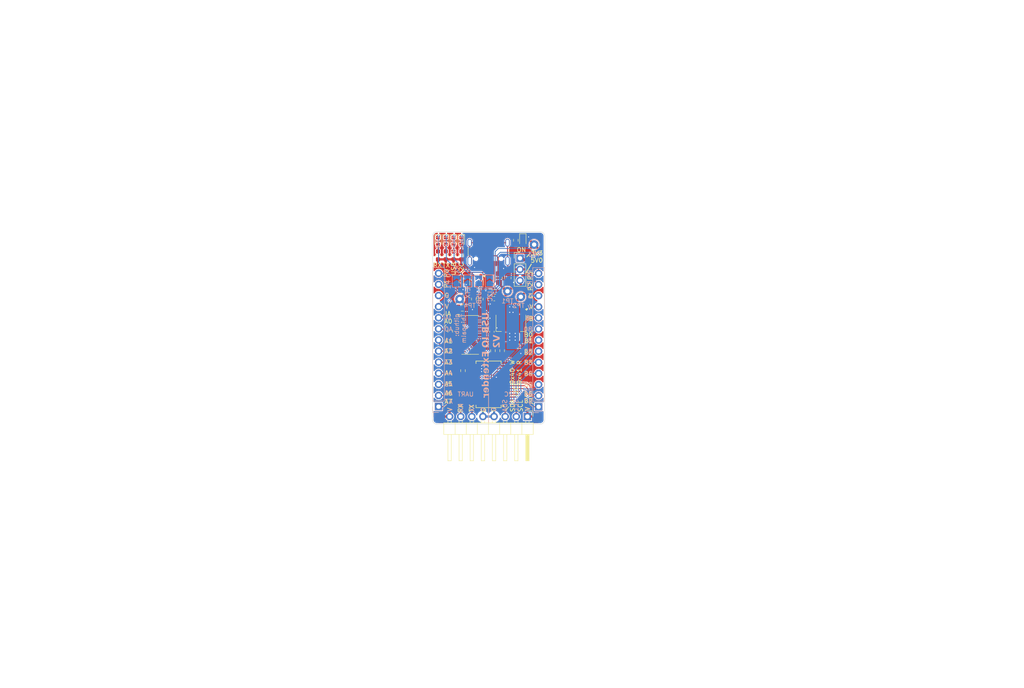
<source format=kicad_pcb>
(kicad_pcb (version 20241229) (generator "pcbnew") (generator_version "9.0")
  (title_block (title "${DOC_TYPE} Document") (date "2024-04-13") (rev "1.1") (company "${COMPANY}"))
  (layers (0 "F.Cu" signal "L1 (Sig, PWR)") (2 "B.Cu" power "L2 (GND)") (13 "F.Paste" user) (15 "B.Paste" user) (5 "F.SilkS" user "F.Silkscreen") (7 "B.SilkS" user "B.Silkscreen") (1 "F.Mask" user) (3 "B.Mask" user) (25 "Edge.Cuts" user))
  (property "BOARD_NAME" "USB IO Extender")
  (property "COMPANY" "thiago.palmieri@adastra.aleeas.com")
  (property "DESIGNER" "Thiago Palmieri")
  (property "DOC_TYPE" "Fabrication")
  (property "PROJECT_NAME" "USB IO Extender")
  (property "RELEASE_DATE" "Release Date")
  (property "RESULT" "PRELIMINARY")
  (property "REVIEWER" "Thiago Palmieri")
  (property "REVISION" "2")
  (property "VARIANT" "No variant")
  (net 0 "")
  (net 2 "/Project Architecture/Board/USB_P")
  (net 3 "GND")
  (net 4 "Net-(C5-VBUS-PadA4)")
  (net 5 "Net-(C5-SHIELD)")
  (net 6 "/Project Architecture/Board/USB_N")
  (net 8 "Net-(C5-CC2)")
  (net 9 "Net-(C5-CC1)")
  (net 10 "+5V")
  (net 11 "VDD")
  (net 12 "Net-(D1-A)")
  (net 13 "Net-(D1-K)")
  (net 14 "Net-(D2-K)")
  (net 15 "Net-(D2-A)")
  (net 16 "Net-(D5-A)")
  (net 17 "Net-(D5-K)")
  (net 18 "Net-(D6-A)")
  (net 19 "Net-(D6-K)")
  (net 20 "Net-(D7-A)")
  (net 21 "+3V3")
  (net 22 "/Project Architecture/Board/GPB3")
  (net 23 "/Project Architecture/Board/GPB4")
  (net 24 "/Project Architecture/Board/GPB0")
  (net 25 "/Project Architecture/Board/GPB1")
  (net 26 "/Project Architecture/Board/GPB7")
  (net 27 "/Project Architecture/Board/INTB")
  (net 28 "/Project Architecture/Board/LED_USBCONF")
  (net 29 "/Project Architecture/Board/LED_I2C")
  (net 30 "/Project Architecture/Board/GPB2")
  (net 31 "/Project Architecture/Board/GPB6")
  (net 32 "/Project Architecture/Board/GPB5")
  (net 33 "/Project Architecture/Board/LED_URX")
  (net 34 "/Project Architecture/Board/SDA")
  (net 35 "/Project Architecture/Board/UART_RX")
  (net 36 "/Project Architecture/Board/UART_TX")
  (net 37 "/Project Architecture/Board/SCL")
  (net 38 "/Project Architecture/Board/INTA")
  (net 39 "/Project Architecture/Board/GPA2")
  (net 40 "/Project Architecture/Board/GPA3")
  (net 41 "/Project Architecture/Board/GPA0")
  (net 42 "/Project Architecture/Board/GPA1")
  (net 43 "/Project Architecture/Board/GPA5")
  (net 44 "/Project Architecture/Board/GPA7")
  (net 45 "/Project Architecture/Board/GPA4")
  (net 46 "/Project Architecture/Board/LED_UTX")
  (net 47 "/Project Architecture/Board/GPA6")
  (net 48 "/Project Architecture/Board/D_P")
  (net 49 "Net-(U2-~{RST})")
  (net 50 "Net-(U1-~{RESET})")
  (net 51 "/Project Architecture/Board/D_N")
  (footprint "Package_SO:SSOP-28_5.3x10.2mm_P0.65mm" (layer "F.Cu") (at 126.3 115.9 180)
    (property "Reference" "U1" (hide yes))
    (property "Value" "MCP23017_SS")
  )
  (footprint "Fiducial:Fiducial_0.5mm_Mask1.5mm" (layer "F.Cu") (at 114.616 123.8)
    (property "Reference" "FID3" (hide yes))
    (property "Value" "Fiducial" (hide yes))
  )
  (footprint "Resistor_SMD:R_0603_1608Metric_Pad0.98x0.95mm_HandSolder" (layer "F.Cu") (at 117.537 103.762 -90)
    (property "Reference" "R9" (hide yes))
    (property "Value" "10K")
  )
  (footprint "Fiducial:Fiducial_0.5mm_Mask1.5mm" (layer "F.Cu") (at 137.984 123.828)
    (property "Reference" "FID2" (hide yes))
    (property "Value" "Fiducial" (hide yes))
  )
  (footprint "Resistor_SMD:R_0603_1608Metric_Pad0.98x0.95mm_HandSolder" (layer "F.Cu") (at 132.523 82.9594 -90)
    (property "Reference" "R8" (hide yes))
    (property "Value" "330")
  )
  (footprint "Resistor_SMD:R_0603_1608Metric_Pad0.98x0.95mm_HandSolder" (layer "F.Cu") (at 124.522 96.396 -90)
    (property "Reference" "R11" (hide yes))
    (property "Value" "33")
  )
  (footprint "Resistor_SMD:R_0603_1608Metric_Pad0.98x0.95mm_HandSolder" (layer "F.Cu") (at 120.077 86.4245 90)
    (property "Reference" "R7" (hide yes))
    (property "Value" "330")
  )
  (footprint "Capacitor_SMD:C_0603_1608Metric_Pad1.08x0.95mm_HandSolder" (layer "F.Cu") (at 133.285 107.191 180)
    (property "Reference" "C2" (hide yes))
    (property "Value" "c=47e-7")
  )
  (footprint "Resistor_SMD:R_0805_2012Metric_Pad1.20x1.40mm_HandSolder" (layer "F.Cu") (at 130.7 91.6 90)
    (property "Reference" "L1" (hide yes))
    (property "Value" "330R")
  )
  (footprint "LED_SMD:LED_0603_1608Metric" (layer "F.Cu") (at 120.077 83.1245 -90)
    (property "Reference" "D6" (hide yes))
    (property "Value" "Green")
  )
  (footprint "Resistor_SMD:R_0603_1608Metric_Pad0.98x0.95mm_HandSolder" (layer "F.Cu") (at 114.743 86.4245 90)
    (property "Reference" "R4" (hide yes))
    (property "Value" "330")
  )
  (footprint "LED_SMD:LED_0603_1608Metric" (layer "F.Cu") (at 116.521 83.11825 -90)
    (property "Reference" "D1" (hide yes))
    (property "Value" "yellow")
  )
  (footprint "Connector_USB:USB_C_Receptacle_GCT_USB4105-xx-A_16P_TopMnt_Horizontal" (layer "F.Cu") (at 126.3 84.6 180)
    (property "Reference" "C5" (hide yes))
    (property "Value" "USB4215-03-A")
  )
  (footprint "Resistor_SMD:R_0603_1608Metric_Pad0.98x0.95mm_HandSolder" (layer "F.Cu") (at 127.3 108.207 90)
    (property "Reference" "R3" (hide yes))
    (property "Value" "10K")
  )
  (footprint "Resistor_SMD:R_0603_1608Metric_Pad0.98x0.95mm_HandSolder" (layer "F.Cu") (at 116.521 86.4138 90)
    (property "Reference" "R5" (hide yes))
    (property "Value" "330")
  )
  (footprint "Connector_PinHeader_2.54mm:PinHeader_1x08_P2.54mm_Horizontal" (layer "F.Cu") (at 135.175 123.263 -90)
    (property "Reference" "J9" (hide yes))
    (property "Value" "22-28-8083")
  )
  (footprint "Connector_PinHeader_2.54mm:PinHeader_1x03_P2.54mm_Vertical" (layer "F.Cu") (at 133.4882 87.075)
    (property "Reference" "J1" (hide yes))
    (property "Value" "1x3 pin vertical")
  )
  (footprint "LED_SMD:LED_0603_1608Metric" (layer "F.Cu") (at 114.743 83.1245 -90)
    (property "Reference" "D5" (hide yes))
    (property "Value" "yellow")
  )
  (footprint "LED_SMD:LED_0603_1608Metric" (layer "F.Cu") (at 118.299 83.1245 -90)
    (property "Reference" "D2" (hide yes))
    (property "Value" "Red")
  )
  (footprint "Package_TO_SOT_SMD:SOT-223-3_TabPin2" (layer "F.Cu") (at 131.4054 101.9078 -90)
    (property "Reference" "U3" (hide yes))
    (property "Value" "NCP1117IST33T3G")
  )
  (footprint "Fiducial:Fiducial_0.5mm_Mask1.5mm" (layer "F.Cu") (at 137.984 82.172)
    (property "Reference" "FID1" (hide yes))
    (property "Value" "Fiducial" (hide yes))
  )
  (footprint "Package_SO:SOIC-14_3.9x8.7mm_P1.27mm" (layer "F.Cu") (at 122.1 104.6)
    (property "Reference" "U2" (hide yes))
    (property "Value" "MCP2221AxSL")
  )
  (footprint "Resistor_SMD:R_0603_1608Metric_Pad0.98x0.95mm_HandSolder" (layer "F.Cu") (at 129.4 108.207 90)
    (property "Reference" "R2" (hide yes))
    (property "Value" "10K")
  )
  (footprint "Capacitor_SMD:C_0603_1608Metric_Pad1.08x0.95mm_HandSolder" (layer "F.Cu") (at 127.6 96.3)
    (property "Reference" "C6" (hide yes))
    (property "Value" "c=10e-6")
  )
  (footprint "Resistor_SMD:R_0603_1608Metric_Pad0.98x0.95mm_HandSolder" (layer "F.Cu") (at 127.697 94.745 180)
    (property "Reference" "R12" (hide yes))
    (property "Value" "5.1K")
  )
  (footprint "Resistor_SMD:R_0603_1608Metric_Pad0.98x0.95mm_HandSolder" (layer "F.Cu") (at 122.922 96.396 -90)
    (property "Reference" "R1" (hide yes))
    (property "Value" "33")
  )
  (footprint "Resistor_SMD:R_0603_1608Metric_Pad0.98x0.95mm_HandSolder" (layer "F.Cu") (at 120.458 112.779 -90)
    (property "Reference" "R10" (hide yes))
    (property "Value" "10K")
  )
  (footprint "Resistor_SMD:R_0805_2012Metric_Pad1.20x1.40mm_HandSolder" (layer "F.Cu") (at 128.7 91.6 -90)
    (property "Reference" "L2" (hide yes))
    (property "Value" "330R")
  )
  (footprint "LED_SMD:LED_0603_1608Metric" (layer "F.Cu") (at 134.1232 82.9594 -90)
    (property "Reference" "D7" (hide yes))
    (property "Value" "Green")
  )
  (footprint "Capacitor_SMD:C_0805_2012Metric_Pad1.18x1.45mm_HandSolder" (layer "F.Cu") (at 120.3 98.428 180)
    (property "Reference" "C8" (hide yes))
    (property "Value" "c=100e-9")
  )
  (footprint "Package_TO_SOT_SMD:SOT-23-3" (layer "F.Cu") (at 123.572 92.4535 -90)
    (property "Reference" "D4" (hide yes))
    (property "Value" "CDSOT23-T05LC-Q")
  )
  (footprint "Capacitor_SMD:C_0603_1608Metric_Pad1.08x0.95mm_HandSolder" (layer "F.Cu") (at 127.062 103.8636 -90)
    (property "Reference" "C1" (hide yes))
    (property "Value" "c=470e-9")
  )
  (footprint "Resistor_SMD:R_0603_1608Metric_Pad0.98x0.95mm_HandSolder" (layer "F.Cu") (at 118.299 86.4245 90)
    (property "Reference" "R6" (hide yes))
    (property "Value" "330")
  )
  (footprint "Resistor_SMD:R_0603_1608Metric_Pad0.98x0.95mm_HandSolder" (layer "F.Cu") (at 120.092 92.399 -90)
    (property "Reference" "R13" (hide yes))
    (property "Value" "5.1K")
  )
  (footprint "Connector_Pin:Pin_D1.0mm_L10.0mm" (layer "B.Cu") (at 136.714 83.95 180)
    (property "Reference" "TP3")
    (property "Value" "TestPoint")
  )
  (footprint "Connector_PinHeader_2.54mm:PinHeader_1x13_P2.54mm_Vertical" (layer "B.Cu") (at 137.73 121.034)
    (property "Reference" "J2" (hide yes))
    (property "Value" "1x13")
  )
  (footprint "Connector_Pin:Pin_D1.0mm_L10.0mm" (layer "B.Cu") (at 119.696 96.396 180)
    (property "Reference" "TP4")
    (property "Value" "TestPoint")
  )
  (footprint "Jumper:SolderJumper-2_P1.3mm_Open_TrianglePad1.0x1.5mm" (layer "B.Cu") (at 121.5248 92.2558 90)
    (property "Reference" "J6" (hide yes))
    (property "Value" "Jumper" (hide yes))
  )
  (footprint "Jumper:SolderJumper-2_P1.3mm_Open_TrianglePad1.0x1.5mm" (layer "B.Cu") (at 124.0394 92.2558 90)
    (property "Reference" "J7" (hide yes))
    (property "Value" "Jumper" (hide yes))
  )
  (footprint "Jumper:SolderJumper-2_P1.3mm_Open_TrianglePad1.0x1.5mm" (layer "B.Cu") (at 119.0102 92.2812 90)
    (property "Reference" "J3" (hide yes))
    (property "Value" "Jumper" (hide yes))
  )
  (footprint "Jumper:SolderJumper-2_P1.3mm_Open_TrianglePad1.0x1.5mm" (layer "B.Cu") (at 126.554 92.2558 90)
    (property "Reference" "J8" (hide yes))
    (property "Value" "Jumper" (hide yes))
  )
  (footprint "Connector_Pin:Pin_D1.0mm_L10.0mm" (layer "B.Cu") (at 130.618 94.618 180)
    (property "Reference" "TP1")
    (property "Value" "TestPoint")
  )
  (footprint "Connector_Pin:Pin_D1.0mm_L10.0mm" (layer "B.Cu") (at 133.666 95.888 180)
    (property "Reference" "TP2")
    (property "Value" "TestPoint")
  )
  (footprint "Connector_PinHeader_2.54mm:PinHeader_1x13_P2.54mm_Vertical" (layer "B.Cu") (at 114.88 121)
    (property "Reference" "J5" (hide yes))
    (property "Value" "1x13")
  )
  (gr_line (start 131.38 115.954) (end 133.666 115.954) (stroke (width 0.15)) (layer "F.SilkS"))
  (gr_line (start 116.5972 102.2634) (end 116.14 102.873) (stroke (width 0.15)) (layer "F.SilkS"))
  (gr_line (start 136.079 88.395) (end 134.8344 90.4778) (stroke (width 0.2)) (layer "F.SilkS"))
  (gr_line (start 116.2416 99.7996) (end 115.9114 100.1044) (stroke (width 0.15)) (layer "F.SilkS"))
  (gr_line (start 116.648 120.5768) (end 116.0638 121.0594) (stroke (width 0.15)) (layer "F.SilkS"))
  (gr_line (start 130.872 121.034) (end 130.237 121.923) (stroke (width 0.15)) (layer "F.SilkS"))
  (gr_line (start 136.1044 103.8382) (end 136.4854 103.5588) (stroke (width 0.15)) (layer "F.SilkS"))
  (gr_line (start 136.1806 120.0688) (end 136.5362 120.4498) (stroke (width 0.15)) (layer "F.SilkS"))
  (gr_line (start 135.698 85.982) (end 135.063 86.744) (stroke (width 0.2)) (layer "F.SilkS"))
  (gr_line (start 126.3 124.59) (end 126.3 117.986) (stroke (width 0.15)) (layer "B.SilkS"))
  (gr_line (start 135.698 120.526) (end 136.4 121.034) (stroke (width 0.15)) (layer "B.SilkS"))
  (gr_line (start 116.7242 120.4752) (end 116.14 120.9578) (stroke (width 0.15)) (layer "B.SilkS"))
  (gr_arc (start 114.5 125) (mid 113.792893 124.707107) (end 113.5 124) (stroke (width 0.1)) (layer "Edge.Cuts"))
  (gr_arc (start 139.1 124) (mid 138.807107 124.707107) (end 138.1 125) (stroke (width 0.1)) (layer "Edge.Cuts"))
  (gr_line (start 139.1 82) (end 139.1 124) (stroke (width 0.1)) (layer "Edge.Cuts"))
  (gr_line (start 114.5 81) (end 138.1 81) (stroke (width 0.1)) (layer "Edge.Cuts"))
  (gr_arc (start 138.1 81) (mid 138.807107 81.292893) (end 139.1 82) (stroke (width 0.1)) (layer "Edge.Cuts"))
  (gr_line (start 113.5 124) (end 113.5 82) (stroke (width 0.1)) (layer "Edge.Cuts"))
  (gr_line (start 138.1 125) (end 114.5 125) (stroke (width 0.1)) (layer "Edge.Cuts"))
  (gr_arc (start 113.5 82) (mid 113.792893 81.292893) (end 114.5 81) (stroke (width 0.1)) (layer "Edge.Cuts"))
  (gr_text "USB" (at 118.9086 91.062 90) (layer "F.SilkS") (effects (font (size 1 1)) (justify left bottom)))
  (gr_text "G" (at 135.3424 96.2944 0) (layer "F.SilkS") (effects (font (size 1 1)) (justify left bottom)))
  (gr_text "RX" (at 120.458 122.431 90) (layer "F.SilkS") (effects (font (size 1 1)) (justify left bottom)))
  (gr_text "A3" (at 116.14 111.4328 0) (layer "F.SilkS") (effects (font (size 1 1)) (justify left bottom)))
  (gr_text "TX" (at 115.6574 89.284 0) (layer "F.SilkS") (effects (font (size 1 1)) (justify left bottom)))
  (gr_text "B2" (at 134.301 109.223 0) (layer "F.SilkS") (effects (font (size 1 1)) (justify left bottom)))
  (gr_text "A2" (at 116.1654 108.8928 0) (layer "F.SilkS") (effects (font (size 1 1)) (justify left bottom)))
  (gr_text "P0" (at 117.283 91.5446 90) (layer "F.SilkS") (effects (font (size 1 1)) (justify left bottom)))
  (gr_text "5V0" (at 135.825 88.141 0) (layer "F.SilkS") (effects (font (size 1 1)) (justify left bottom)))
  (gr_text "G" (at 116.1654 96.1674 0) (layer "F.SilkS") (effects (font (size 1 1)) (justify left bottom)))
  (gr_text "P3" (at 136.4092 92.1542 90) (layer "F.SilkS") (effects (font (size 1 1)) (justify left bottom)))
  (gr_text "A5" (at 116.14 116.3858 0) (layer "F.SilkS") (effects (font (size 1 1)) (justify left bottom)))
  (gr_text "G" (at 128.078 122.304 90) (layer "F.SilkS") (effects (font (size 1 1)) (justify left bottom)))
  (gr_text "SCL" (at 134.174 122.304 90) (layer "F.SilkS") (effects (font (size 1 1)) (justify left bottom)))
  (gr_text "A6" (at 116.14 118.5194 0) (layer "F.SilkS") (effects (font (size 1 1)) (justify left bottom)))
  (gr_text "P2" (at 136.46 94.618 90) (layer "F.SilkS") (effects (font (size 1 1)) (justify left bottom)))
  (gr_text "A0" (at 116.0892 102.0856 0) (layer "F.SilkS") (effects (font (size 1 1)) (justify left bottom)))
  (gr_text "V" (at 116.267 98.682 0) (layer "F.SilkS") (effects (font (size 1 1)) (justify left bottom)))
  (gr_text "A1" (at 116.1654 106.5814 0) (layer "F.SilkS") (effects (font (size 1 1)) (justify left bottom)))
  (gr_text "IA" (at 116.267 100.333 0) (layer "F.SilkS") (effects (font (size 1 1)) (justify left bottom)))
  (gr_text "3V3" (at 135.825 86.49 0) (layer "F.SilkS") (effects (font (size 1 1)) (justify left bottom)))
  (gr_text "A7" (at 116.1654 120.4244 0) (layer "F.SilkS") (effects (font (size 1 1)) (justify left bottom)))
  (gr_text "B4" (at 134.301 114.049 0) (layer "F.SilkS") (effects (font (size 1 1)) (justify left bottom)))
  (gr_text "B6" (at 134.301 118.748 0) (layer "F.SilkS") (effects (font (size 1 1)) (justify left bottom)))
  (gr_text "G" (at 125.792 122.431 90) (layer "F.SilkS") (effects (font (size 1 1)) (justify left bottom)))
  (gr_text "B7" (at 134.301 120.272 0) (layer "F.SilkS") (effects (font (size 1 1)) (justify left bottom)))
  (gr_text "SDA" (at 132.396 122.304 90) (layer "F.SilkS") (effects (font (size 1 1)) (justify left bottom)))
  (gr_text "V" (at 118.045 122.177 90) (layer "F.SilkS") (effects (font (size 1 1)) (justify left bottom)))
  (gr_text "P1" (at 117.2576 94.0084 90) (layer "F.SilkS") (effects (font (size 1 1)) (justify left bottom)))
  (gr_text "B3" (at 134.301 111.509 0) (layer "F.SilkS") (effects (font (size 1 1)) (justify left bottom)))
  (gr_text "RX" (at 113.5492 89.2586 0) (layer "F.SilkS") (effects (font (size 1 1)) (justify left bottom)))
  (gr_text "B0" (at 134.301 105.159 0) (layer "F.SilkS") (effects (font (size 1 1)) (justify left bottom)))
  (gr_text "B1" (at 134.3518 106.556 0) (layer "F.SilkS") (effects (font (size 1 1)) (justify left bottom)))
  (gr_text "ON" (at 132.65 85.728 0) (layer "F.SilkS") (effects (font (size 1 1)) (justify left bottom)))
  (gr_text "IB" (at 134.936 101.476 0) (layer "F.SilkS") (effects (font (size 1 1)) (justify left bottom)))
  (gr_text "I2C\n" (at 133.158 118.748 90) (layer "F.SilkS") (effects (font (size 1 1)) (justify left bottom)))
  (gr_text "I2C" (at 120.6866 90.5794 90) (layer "F.SilkS") (effects (font (size 1 1)) (justify left bottom)))
  (gr_text "V" (at 135.81 121.993 90) (layer "F.SilkS") (effects (font (size 1 1)) (justify left bottom)))
  (gr_text "B5" (at 134.301 116.589 0) (layer "F.SilkS") (effects (font (size 1 1)) (justify left bottom)))
  (gr_text "0x40 W\n0x41 R" (at 133.92 115.954 90) (layer "F.SilkS") (effects (font (size 1 1)) (justify left bottom)))
  (gr_text "TX" (at 122.998 122.304 90) (layer "F.SilkS") (effects (font (size 1 1)) (justify left bottom)))
  (gr_text "A4" (at 116.1654 113.922 0) (layer "F.SilkS") (effects (font (size 1 1)) (justify left bottom)))
  (gr_text "V" (at 135.54 98.7074 0) (layer "F.SilkS") (effects (font (size 1 1)) (justify left bottom)))
  (gr_text "B6" (at 136.46 118.621 0) (layer "B.SilkS") (effects (font (size 1 1)) (justify left bottom mirror)))
  (gr_text "LTX" (at 122.1598 93.6558 90) (layer "B.SilkS") (effects (font (size 1 1)) (justify left bottom mirror)))
  (gr_text "V" (at 136.206 98.936 0) (layer "B.SilkS") (effects (font (size 1 1)) (justify left bottom mirror)))
  (gr_text "A1" (at 118.172 106.429 0) (layer "B.SilkS") (effects (font (size 1 1)) (justify left bottom mirror)))
  (gr_text "B5" (at 136.46 116.589 0) (layer "B.SilkS") (effects (font (size 1 1)) (justify left bottom mirror)))
  (gr_text "V" (at 135.825 121.034 90) (layer "B.SilkS") (effects (font (size 1 1)) (justify left bottom mirror)))
  (gr_text "${PROJECT_NAME} \n       V${REVISION}" (at 129.094 99.444 90) (layer "B.SilkS") (effects (font (size 1.5 1.5) (thickness 0.2) (bold yes)) (justify left bottom mirror)))
  (gr_text "github:\nThiapalm" (at 121.22 99.698 90) (layer "B.SilkS") (effects (font (size 1 1)) (justify left bottom mirror)))
  (gr_text "G" (at 128.078 121.034 90) (layer "B.SilkS") (effects (font (size 1 1)) (justify left bottom mirror)))
  (gr_text "A0" (at 118.172 103.889 0) (layer "B.SilkS") (effects (font (size 1 1)) (justify left bottom mirror)))
  (gr_text "UART" (at 122.998 118.748 0) (layer "B.SilkS") (effects (font (size 1 1)) (justify left bottom mirror)))
  (gr_text "B2" (at 136.46 108.969 0) (layer "B.SilkS") (effects (font (size 1 1)) (justify left bottom mirror)))
  (gr_text "B0" (at 136.4 103.889 0) (layer "B.SilkS") (effects (font (size 1 1)) (justify left bottom mirror)))
  (gr_text "G" (at 117.41 96.142 0) (layer "B.SilkS") (effects (font (size 1 1)) (justify left bottom mirror)))
  (gr_text "P2" (at 136.2568 92.078 90) (layer "B.SilkS") (effects (font (size 1 1)) (justify left bottom mirror)))
  (gr_text "G" (at 125.665 121.034 90) (layer "B.SilkS") (effects (font (size 1 1)) (justify left bottom mirror)))
  (gr_text "SDA" (at 130.618 119.256 90) (layer "B.SilkS") (effects (font (size 1 1)) (justify left bottom mirror)))
  (gr_text "A4" (at 118.172 113.922 0) (layer "B.SilkS") (effects (font (size 1 1)) (justify left bottom mirror)))
  (gr_text "V" (at 117.283 98.809 0) (layer "B.SilkS") (effects (font (size 1 1)) (justify left bottom mirror)))
  (gr_text "LI2C" (at 120.6612 81.918 90) (layer "B.SilkS") (effects (font (size 1 1)) (justify left bottom mirror)))
  (gr_text "B1" (at 136.4 106.429 0) (layer "B.SilkS") (effects (font (size 1 1)) (justify left bottom mirror)))
  (gr_text "LI2C" (at 127.2398 93.6558 90) (layer "B.SilkS") (effects (font (size 1 1)) (justify left bottom mirror)))
  (gr_text "I2C" (at 132.396 118.748 0) (layer "B.SilkS") (effects (font (size 1 1)) (justify left bottom mirror)))
  (gr_text "P1" (at 117.6894 92.0526 90) (layer "B.SilkS") (effects (font (size 1 1)) (justify left bottom mirror)))
  (gr_text "A3" (at 118.172 111.382 0) (layer "B.SilkS") (effects (font (size 1 1)) (justify left bottom mirror)))
  (gr_text "B3" (at 136.46 111.509 0) (layer "B.SilkS") (effects (font (size 1 1)) (justify left bottom mirror)))
  (gr_text "A5" (at 118.172 116.462 0) (layer "B.SilkS") (effects (font (size 1 1)) (justify left bottom mirror)))
  (gr_text "A2" (at 118.172 108.842 0) (layer "B.SilkS") (effects (font (size 1 1)) (justify left bottom mirror)))
  (gr_text "RX" (at 120.585 120.145 90) (layer "B.SilkS") (effects (font (size 1 1)) (justify left bottom mirror)))
  (gr_text "LRX" (at 115.3018 81.918 90) (layer "B.SilkS") (effects (font (size 1 1)) (justify left bottom mirror)))
  (gr_text "TX" (at 123.125 120.399 90) (layer "B.SilkS") (effects (font (size 1 1)) (justify left bottom mirror)))
  (gr_text "P3" (at 136.3076 89.6396 90) (layer "B.SilkS") (effects (font (size 1 1)) (justify left bottom mirror)))
  (gr_text "IA" (at 117.791 101.222 0) (layer "B.SilkS") (effects (font (size 1 1)) (justify left bottom mirror)))
  (gr_text "B4" (at 136.46 114.049 0) (layer "B.SilkS") (effects (font (size 1 1)) (justify left bottom mirror)))
  (gr_text "LRX" (at 119.6198 87.76 90) (layer "B.SilkS") (effects (font (size 1 1)) (justify left bottom mirror)))
  (gr_text "A6" (at 118.172 118.494 0) (layer "B.SilkS") (effects (font (size 1 1)) (justify left bottom mirror)))
  (gr_text "LTX" (at 117.1814 81.9434 90) (layer "B.SilkS") (effects (font (size 1 1)) (justify left bottom mirror)))
  (gr_text "LUSB" (at 124.6998 93.6558 90) (layer "B.SilkS") (effects (font (size 1 1)) (justify left bottom mirror)))
  (gr_text "SCL" (at 133.158 119.256 90) (layer "B.SilkS") (effects (font (size 1 1)) (justify left bottom mirror)))
  (gr_text "IB" (at 136.333 101.349 0) (layer "B.SilkS") (effects (font (size 1 1)) (justify left bottom mirror)))
  (gr_text "P0" (at 117.6894 89.4872 90) (layer "B.SilkS") (effects (font (size 1 1)) (justify left bottom mirror)))
  (gr_text "B7" (at 136.46 120.399 0) (layer "B.SilkS") (effects (font (size 1 1)) (justify left bottom mirror)))
  (gr_text "LUSB" (at 118.8832 81.9434 90) (layer "B.SilkS") (effects (font (size 1 1)) (justify left bottom mirror)))
  (gr_text "V" (at 118.045 121.161 90) (layer "B.SilkS") (effects (font (size 1 1)) (justify left bottom mirror)))
  (gr_text "A7" (at 118.172 120.399 0) (layer "B.SilkS") (effects (font (size 1 1)) (justify left bottom mirror)))
  (gr_text "G" (at 136.333 96.269 0) (layer "B.SilkS") (effects (font (size 1 1)) (justify left bottom mirror)))
  (segment (start 125.55 87.367) (end 125.55 88.28) (width 0.2) (layer "F.Cu") (net 2))
  (segment (start 125.55 88.28) (end 125.55 89.78) (width 0.2) (layer "F.Cu") (net 2))
  (segment (start 125.03 90.3) (end 122.744 90.3) (width 0.2) (layer "F.Cu") (net 2))
  (segment (start 122.744 90.3) (end 122.49 90.554) (width 0.2) (layer "F.Cu") (net 2))
  (segment (start 125.792 87.125) (end 125.55 87.367) (width 0.2) (layer "F.Cu") (net 2))
  (segment (start 122.7 94.9875) (end 122.7 90.836) (width 0.2) (layer "F.Cu") (net 2))
  (segment (start 122.49 90.554) (end 122.49 90.819) (width 0.2) (layer "F.Cu") (net 2))
  (segment (start 126.3 87.125) (end 125.792 87.125) (width 0.2) (layer "F.Cu") (net 2))
  (segment (start 125.55 89.78) (end 125.03 90.3) (width 0.2) (layer "F.Cu") (net 2))
  (segment (start 126.55 88.28) (end 126.55 87.375) (width 0.2) (layer "F.Cu") (net 2))
  (segment (start 122.7 90.836) (end 122.683 90.819) (width 0.2) (layer "F.Cu") (net 2))
  (segment (start 126.55 87.375) (end 126.3 87.125) (width 0.2) (layer "F.Cu") (net 2))
  (segment (start 133.666 108.842) (end 134.047 108.461) (width 0.2) (layer "F.Cu") (net 3))
  (segment (start 120.092 93.3115) (end 120.092 93.871) (width 0.2) (layer "F.Cu") (net 3))
  (segment (start 134.047 107.2915) (end 134.1475 107.191) (width 0.2) (layer "F.Cu") (net 3))
  (segment (start 126.7375 96.3) (end 126.7375 97.4825) (width 0.2) (layer "F.Cu") (net 3))
  (segment (start 122.7 112.325) (end 124.703 112.325) (width 0.2) (layer "F.Cu") (net 3))
  (segment (start 124.703 112.325) (end 124.7125 112.3345) (width 0.2) (layer "F.Cu") (net 3))
  (segment (start 122.7 112.975) (end 124.707 112.975) (width 0.2) (layer "F.Cu") (net 3))
  (segment (start 126.7845 94.5) (end 125.674 94.5) (width 0.2) (layer "F.Cu") (net 3))
  (segment (start 129.5 88.28) (end 129.5 89.182) (width 0.2) (layer "F.Cu") (net 3))
  (segment (start 133.7054 98.7578) (end 133.7054 98.7214) (width 0.2) (layer "F.Cu") (net 3))
  (segment (start 123.1 88.28) (end 123.1 89.182) (width 0.2) (layer "F.Cu") (net 3))
  (segment (start 122.998 89.284) (end 123.1 89.182) (width 0.2) (layer "F.Cu") (net 3))
  (segment (start 121.3375 98.8) (end 122.608 98.8) (width 0.2) (layer "F.Cu") (net 3))
  (segment (start 126.7375 97.4825) (end 126.681 97.539) (width 0.2) (layer "F.Cu") (net 3))
  (segment (start 124.776 111.636) (end 124.737 111.675) (width 0.2) (layer "F.Cu") (net 3))
  (segment (start 134.1232 82.1719) (end 135.4185 82.1719) (width 0.2) (layer "F.Cu") (net 3))
  (segment (start 134.047 107.8845) (end 134.047 107.2915) (width 0.2) (layer "F.Cu") (net 3))
  (segment (start 126.621 100.79) (end 126.57 100.841) (width 0.2) (layer "F.Cu") (net 3))
  (segment (start 120.092 93.871) (end 120.458 94.237) (width 0.2) (layer "F.Cu") (net 3))
  (segment (start 122.7 111.675) (end 124.737 111.675) (width 0.2) (layer "F.Cu") (net 3))
  (segment (start 132.015 92.586) (end 132.001 92.6) (width 0.2) (layer "F.Cu") (net 3))
  (segment (start 123.44 94.333) (end 123.725 94.618) (width 0.2) (layer "F.Cu") (net 3))
  (segment (start 133.666 98.682) (end 135.19 98.682) (width 0.2) (layer "F.Cu") (net 3))
  (segment (start 133.7054 98.7214) (end 133.666 98.682) (width 0.2) (layer "F.Cu") (net 3))
  (segment (start 127.316 102.9375) (end 128.1425 102.9375) (width 0.2) (layer "F.Cu") (net 3))
  (segment (start 125.674 94.5) (end 125.665 94.491) (width 0.2) (layer "F.Cu") (net 3))
  (segment (start 122.608 98.8) (end 122.617 98.809) (width 0.2) (layer "F.Cu") (net 3))
  (segment (start 129.9 114.275) (end 128.078 114.275) (width 0.2) (layer "F.Cu") (net 3))
  (segment (start 124.776 112.398) (end 124.7125 112.3345) (width 0.2) (layer "F.Cu") (net 3))
  (segment (start 123.44 93.094) (end 123.44 94.333) (width 0.2) (layer "F.Cu") (net 3))
  (segment (start 124.776 112.906) (end 124.707 112.975) (width 0.2) (layer "F.Cu") (net 3))
  (segment (start 123.725 94.583) (end 123.725 94.618) (width 0.2) (layer "F.Cu") (net 3))
  (segment (start 130.7 92.6) (end 132.001 92.6) (width 0.2) (layer "F.Cu") (net 3))
  (segment (start 126.57 100.841) (end 126.554 100.841) (width 0.2) (layer "F.Cu") (net 3))
  (segment (start 126.554 100.841) (end 126.503 100.79) (width 0.2) (layer "F.Cu") (net 3))
  (segment (start 129.5 89.182) (end 129.729 89.411) (width 0.2) (layer "F.Cu") (net 3))
  (segment (start 128.1425 102.9375) (end 128.205 103) (width 0.2) (layer "F.Cu") (net 3))
  (segment (start 126.503 100.79) (end 124.575 100.79) (width 0.2) (layer "F.Cu") (net 3))
  (segment (start 123.379 94.237) (end 123.725 94.583) (width 0.2) (layer "F.Cu") (net 3))
  (segment (start 135.4185 82.1719) (end 135.444 82.1974) (width 0.2) (layer "F.Cu") (net 3))
  (segment (start 134.047 108.461) (end 134.047 107.8845) (width 0.2) (layer "F.Cu") (net 3))
  (via (at 122.617 98.809) (size 0.55) (drill 0.25) (layers "F.Cu" "B.Cu") (net 3))
  (via (at 125.665 94.491) (size 0.55) (drill 0.25) (layers "F.Cu" "B.Cu") (net 3))
  (via (at 135.444 82.1974) (size 0.55) (drill 0.25) (layers "F.Cu" "B.Cu") (net 3))
  (via (at 126.681 97.539) (size 0.55) (drill 0.25) (layers "F.Cu" "B.Cu") (net 3))
  (via (at 133.666 108.842) (size 0.55) (drill 0.25) (layers "F.Cu" "B.Cu") (net 3))
  (via (at 126.621 100.79) (size 0.55) (drill 0.25) (layers "F.Cu" "B.Cu") (net 3))
  (via (at 123.1 89.182) (size 0.55) (drill 0.25) (layers "F.Cu" "B.Cu") (net 3))
  (via (at 129.729 89.411) (size 0.55) (drill 0.25) (layers "F.Cu" "B.Cu") (net 3))
  (via (at 124.7125 112.3345) (size 0.55) (drill 0.25) (layers "F.Cu" "B.Cu") (net 3))
  (via (at 132.001 92.6) (size 0.55) (drill 0.25) (layers "F.Cu" "B.Cu") (net 3))
  (via (at 123.725 94.618) (size 0.55) (drill 0.25) (layers "F.Cu" "B.Cu") (net 3))
  (via (at 120.458 94.237) (size 0.55) (drill 0.25) (layers "F.Cu" "B.Cu") (net 3))
  (via (at 135.19 98.682) (size 0.55) (drill 0.25) (layers "F.Cu" "B.Cu") (net 3))
  (via (at 128.205 103) (size 0.55) (drill 0.25) (layers "F.Cu" "B.Cu") (net 3))
  (via (at 124.737 111.675) (size 0.55) (drill 0.25) (layers "F.Cu" "B.Cu") (net 3))
  (via (at 124.707 112.975) (size 0.55) (drill 0.25) (layers "F.Cu" "B.Cu") (net 3))
  (via (at 128.078 114.275) (size 0.55) (drill 0.25) (layers "F.Cu" "B.Cu") (net 3))
  (segment (start 128.51 88.09) (end 128.7 88.28) (width 0.2) (layer "F.Cu") (net 4))
  (segment (start 124.522 86.49) (end 128.078 86.49) (width 0.2) (layer "F.Cu") (net 4))
  (segment (start 124.09 86.923335) (end 124.089333 86.922667) (width 0.2) (layer "F.Cu") (net 4))
  (segment (start 128.7 88.28) (end 128.7 90.6) (width 0.5) (layer "F.Cu") (net 4))
  (segment (start 123.9 88.28) (end 123.9 87.676665) (width 0.2) (layer "F.Cu") (net 4))
  (segment (start 128.078 86.49) (end 128.51 86.922) (width 0.2) (layer "F.Cu") (net 4))
  (segment (start 124.089333 86.922667) (end 124.522 86.49) (width 0.2) (layer "F.Cu") (net 4))
  (segment (start 128.51 86.922) (end 128.51 88.09) (width 0.2) (layer "F.Cu") (net 4))
  (segment (start 123.9 87.676665) (end 124.09 87.486665) (width 0.2) (layer "F.Cu") (net 4))
  (segment (start 124.09 87.486665) (end 124.09 86.923335) (width 0.2) (layer "F.Cu") (net 4))
  (segment (start 130.7 87.842) (end 130.7 90.6) (width 0.2) (layer "F.Cu") (net 5))
  (segment (start 130.62 87.705) (end 130.62 87.762) (width 0.2) (layer "F.Cu") (net 5))
  (segment (start 121.98 83.525) (end 121.98 87.705) (width 0.2) (layer "F.Cu") (net 5))
  (segment (start 130.62 87.762) (end 130.7 87.842) (width 0.2) (layer "F.Cu") (net 5))
  (segment (start 121.98 83.525) (end 130.62 83.525) (width 0.2) (layer "F.Cu") (net 5))
  (segment (start 130.62 83.525) (end 130.62 87.705) (width 0.2) (layer "F.Cu") (net 5))
  (segment (start 126.05 88.28) (end 126.05 90.169) (width 0.2) (layer "F.Cu") (net 6))
  (segment (start 126.05 90.169) (end 125.4 90.819) (width 0.2) (layer "F.Cu") (net 6))
  (segment (start 124.3 91.102) (end 124.583 90.819) (width 0.2) (layer "F.Cu") (net 6))
  (segment (start 127.05 88.28) (end 127.05 89.169) (width 0.2) (layer "F.Cu") (net 6))
  (segment (start 127.05 89.169) (end 125.4 90.819) (width 0.2) (layer "F.Cu") (net 6))
  (segment (start 125.4 90.819) (end 124.39 90.819) (width 0.2) (layer "F.Cu") (net 6))
  (segment (start 124.522 91.316) (end 124.522 95.4835) (width 0.2) (layer "F.Cu") (net 6))
  (segment (start 124.55 88.28) (end 124.55 89.51) (width 0.2) (layer "F.Cu") (net 8))
  (segment (start 124.55 89.51) (end 124.268 89.792) (width 0.2) (layer "F.Cu") (net 8))
  (segment (start 120.712 89.792) (end 120.077 90.427) (width 0.2) (layer "F.Cu") (net 8))
  (segment (start 124.268 89.792) (end 120.712 89.792) (width 0.2) (layer "F.Cu") (net 8))
  (segment (start 120.092 90.442) (end 120.092 91.4865) (width 0.2) (layer "F.Cu") (net 8))
  (segment (start 120.077 90.427) (end 120.092 90.442) (width 0.2) (layer "F.Cu") (net 8))
  (segment (start 127.55 93.4625) (end 128.5875 94.5) (width 0.2) (layer "F.Cu") (net 9))
  (segment (start 127.55 88.28) (end 127.55 93.4625) (width 0.2) (layer "F.Cu") (net 9))
  (segment (start 129.444 96.3) (end 129.856 95.888) (width 0.5) (layer "F.Cu") (net 10))
  (segment (start 133.031 93.983) (end 133.5136 93.5004) (width 0.5) (layer "F.Cu") (net 10))
  (segment (start 133.666 92.3328) (end 133.4882 92.155) (width 0.5) (layer "F.Cu") (net 10))
  (segment (start 129.856 93.983) (end 130.5672 93.983) (width 0.5) (layer "F.Cu") (net 10))
  (segment (start 129.729 93.983) (end 129.856 93.983) (width 0.5) (layer "F.Cu") (net 10))
  (segment (start 130.5672 93.983) (end 133.031 93.983) (width 0.5) (layer "F.Cu") (net 10))
  (segment (start 133.5136 93.5004) (end 133.666 93.348) (width 0.5) (layer "F.Cu") (net 10))
  (segment (start 128.7 92.6) (end 128.7 92.954) (width 0.2) (layer "F.Cu") (net 10))
  (segment (start 130.618 94.0338) (end 130.5672 93.983) (width 0.5) (layer "F.Cu") (net 10))
  (segment (start 128.7 92.954) (end 129.729 93.983) (width 0.5) (layer "F.Cu") (net 10))
  (segment (start 133.666 93.348) (end 133.666 92.3328) (width 0.5) (layer "F.Cu") (net 10))
  (segment (start 128.459 97.609) (end 128.459 96.3035) (width 0.5) (layer "F.Cu") (net 10))
  (segment (start 128.4625 96.3) (end 129.444 96.3) (width 0.5) (layer "F.Cu") (net 10))
  (segment (start 128.459 96.3035) (end 128.4625 96.3) (width 0.2) (layer "F.Cu") (net 10))
  (segment (start 129.856 95.888) (end 130.618 95.126) (width 0.5) (layer "F.Cu") (net 10))
  (segment (start 129.6 98.75) (end 128.459 97.609) (width 0.5) (layer "F.Cu") (net 10))
  (segment (start 116.521 83.90575) (end 116.521 85.51825) (width 0.2) (layer "F.Cu") (net 12))
  (segment (start 116.591 82.26075) (end 116.521 82.33075) (width 0.2) (layer "F.Cu") (net 13))
  (via (at 116.648 81.918) (size 0.55) (drill 0.25) (layers "F.Cu" "B.Cu") (net 13))
  (segment (start 121.5248 91.5308) (end 120.8898 91.5308) (width 0.2) (layer "B.Cu") (net 13))
  (segment (start 120.8898 91.5308) (end 116.648 87.289) (width 0.2) (layer "B.Cu") (net 13))
  (segment (start 116.648 87.289) (end 116.648 81.918) (width 0.2) (layer "B.Cu") (net 13))
  (segment (start 118.193 82.231) (end 118.299 82.337) (width 0.2) (layer "F.Cu") (net 14))
  (via (at 118.426 81.918) (size 0.55) (drill 0.25) (layers "F.Cu" "B.Cu") (net 14))
  (segment (start 118.426 87.252) (end 118.426 81.918) (width 0.2) (layer "B.Cu") (net 14))
  (segment (start 123.5314 91.48) (end 122.7524 90.701) (width 0.2) (layer "B.Cu") (net 14))
  (segment (start 121.875 90.701) (end 118.426 87.252) (width 0.2) (layer "B.Cu") (net 14))
  (segment (start 122.7524 90.701) (end 121.875 90.701) (width 0.2) (layer "B.Cu") (net 14))
  (segment (start 118.299 83.912) (end 118.299 85.512) (width 0.2) (layer "F.Cu") (net 15))
  (segment (start 114.743 83.912) (end 114.743 85.512) (width 0.2) (layer "F.Cu") (net 16))
  (via (at 114.87 81.918) (size 0.55) (drill 0.25) (layers "F.Cu" "B.Cu") (net 17))
  (segment (start 119.0102 91.353) (end 118.9224 91.353) (width 0.2) (layer "B.Cu") (net 17))
  (segment (start 118.9086 91.3668) (end 118.8948 91.353) (width 0.2) (layer "B.Cu") (net 17))
  (segment (start 114.87 88.051) (end 114.87 81.918) (width 0.2) (layer "B.Cu") (net 17))
  (segment (start 118.172 91.353) (end 114.87 88.051) (width 0.2) (layer "B.Cu") (net 17))
  (segment (start 118.9224 91.353) (end 118.9086 91.3668) (width 0.2) (layer "B.Cu") (net 17))
  (segment (start 118.8948 91.353) (end 118.172 91.353) (width 0.2) (layer "B.Cu") (net 17))
  (segment (start 120.077 83.912) (end 120.077 85.512) (width 0.2) (layer "F.Cu") (net 18))
  (via (at 120.204 81.918) (size 0.55) (drill 0.25) (layers "F.Cu" "B.Cu") (net 19))
  (segment (start 125.792 91.353) (end 124.739 90.3) (width 0.2) (layer "B.Cu") (net 19))
  (segment (start 120.204 88.268) (end 120.204 81.918) (width 0.2) (layer "B.Cu") (net 19))
  (segment (start 124.739 90.3) (end 122.236 90.3) (width 0.2) (layer "B.Cu") (net 19))
  (segment (start 122.236 90.3) (end 120.204 88.268) (width 0.2) (layer "B.Cu") (net 19))
  (segment (start 132.523 83.8719) (end 133.9982 83.8719) (width 0.2) (layer "F.Cu") (net 20))
  (segment (start 133.9982 83.8719) (end 134.1232 83.7469) (width 0.2) (layer "F.Cu") (net 20))
  (segment (start 134.124 87.075) (end 135.8758 88.8268) (width 0.5) (layer "F.Cu") (net 21))
  (segment (start 132.4225 105.794) (end 132.4225 105.5725) (width 0.5) (layer "F.Cu") (net 21))
  (segment (start 132.4225 105.5725) (end 131.9 105.05) (width 0.2) (layer "F.Cu") (net 21))
  (segment (start 131.9 97.654) (end 131.9 99.4694) (width 0.5) (layer "F.Cu") (net 21))
  (segment (start 131.5125 104.6625) (end 131.9 105.05) (width 0.2) (layer "F.Cu") (net 21))
  (segment (start 127.2535 104.6) (end 127.316 104.6625) (width 0.2) (layer "F.Cu") (net 21))
  (segment (start 132.4225 107.191) (end 132.4225 105.794) (width 0.5) (layer "F.Cu") (net 21))
  (segment (start 135.8758 93.6782) (end 131.9 97.654) (width 0.5) (layer "F.Cu") (net 21))
  (segment (start 131.9375 105.0875) (end 131.9 105.05) (width 0.2) (layer "F.Cu") (net 21))
  (segment (start 133.8 87.075) (end 134.124 87.075) (width 0.2) (layer "F.Cu") (net 21))
  (segment (start 124.575 104.6) (end 127.2535 104.6) (width 0.2) (layer "F.Cu") (net 21))
  (segment (start 135.8758 88.8268) (end 135.8758 93.6782) (width 0.5) (layer "F.Cu") (net 21))
  (segment (start 127.316 104.6625) (end 131.5125 104.6625) (width 0.5) (layer "F.Cu") (net 21))
  (via (at 131.126 99.444) (size 0.55) (drill 0.25) (layers "F.Cu" "B.Cu") (net 21))
  (via (at 132.396 105.794) (size 0.55) (drill 0.25) (layers "F.Cu" "B.Cu") (net 21))
  (via (at 132.396 104.27) (size 0.55) (drill 0.25) (layers "F.Cu" "B.Cu") (net 21))
  (via (at 131.888 99.444) (size 0.55) (drill 0.25) (layers "F.Cu" "B.Cu") (net 21))
  (via (at 132.396 105.032) (size 0.55) (drill 0.25) (layers "F.Cu" "B.Cu") (net 21))
  (via (at 131.126 104.27) (size 0.55) (drill 0.25) (layers "F.Cu" "B.Cu") (net 21))
  (via (at 131.126 105.794) (size 0.55) (drill 0.25) (layers "F.Cu" "B.Cu") (net 21))
  (via (at 131.126 98.174) (size 0.55) (drill 0.25) (layers "F.Cu" "B.Cu") (net 21))
  (via (at 131.126 105.032) (size 0.55) (drill 0.25) (layers "F.Cu" "B.Cu") (net 21))
  (via (at 131.888 98.174) (size 0.55) (drill 0.25) (layers "F.Cu" "B.Cu") (net 21))
  (segment (start 129.9 118.175) (end 133.096 118.175) (width 0.2) (layer "F.Cu") (net 22))
  (segment (start 133.096 118.175) (end 133.158 118.113) (width 0.2) (layer "F.Cu") (net 22))
  (via (at 133.158 118.113) (size 0.55) (drill 0.25) (layers "F.Cu" "B.Cu") (net 22))
  (segment (start 133.09 118.045) (end 133.09 114.311919) (width 0.2) (layer "B.Cu") (net 22))
  (segment (start 133.09 114.311919) (end 136.527919 110.874) (width 0.2) (layer "B.Cu") (net 22))
  (segment (start 133.158 118.113) (end 133.09 118.045) (width 0.2) (layer "B.Cu") (net 22))
  (segment (start 136.527919 110.874) (end 137.73 110.874) (width 0.2) (layer "B.Cu") (net 22))
  (segment (start 133.619 117.525) (end 133.666 117.478) (width 0.2) (layer "F.Cu") (net 23))
  (segment (start 129.9 117.525) (end 133.619 117.525) (width 0.2) (layer "F.Cu") (net 23))
  (via (at 133.666 117.478) (size 0.55) (drill 0.25) (layers "F.Cu" "B.Cu") (net 23))
  (segment (start 133.666 115.192) (end 135.444 113.414) (width 0.2) (layer "B.Cu") (net 23))
  (segment (start 133.666 117.478) (end 133.666 115.192) (width 0.2) (layer "B.Cu") (net 23))
  (segment (start 135.444 113.414) (end 137.73 113.414) (width 0.2) (layer "B.Cu") (net 23))
  (segment (start 131.487 120.125) (end 131.507 120.145) (width 0.2) (layer "F.Cu") (net 24))
  (segment (start 129.9 120.125) (end 131.487 120.125) (width 0.2) (layer "F.Cu") (net 24))
  (via (at 131.507 120.145) (size 0.55) (drill 0.25) (layers "F.Cu" "B.Cu") (net 24))
  (segment (start 131.507 120.145) (end 131.507 112.652) (width 0.2) (layer "B.Cu") (net 24))
  (segment (start 135.698 105.286) (end 137.73 103.254) (width 0.2) (layer "B.Cu") (net 24))
  (segment (start 135.698 108.461) (end 135.698 105.286) (width 0.2) (layer "B.Cu") (net 24))
  (segment (start 131.507 112.652) (end 135.698 108.461) (width 0.2) (layer "B.Cu") (net 24))
  (segment (start 132.107 119.475) (end 132.142 119.51) (width 0.2) (layer "F.Cu") (net 25))
  (segment (start 129.9 119.475) (end 132.107 119.475) (width 0.2) (layer "F.Cu") (net 25))
  (via (at 132.142 119.51) (size 0.55) (drill 0.25) (layers "F.Cu" "B.Cu") (net 25))
  (segment (start 132.074 112.974) (end 136.333 108.715) (width 0.2) (layer "B.Cu") (net 25))
  (segment (start 132.142 119.51) (end 132.074 119.442) (width 0.2) (layer "B.Cu") (net 25))
  (segment (start 132.074 119.442) (end 132.074 112.974) (width 0.2) (layer "B.Cu") (net 25))
  (segment (start 136.333 107.191) (end 137.73 105.794) (width 0.2) (layer "B.Cu") (net 25))
  (segment (start 136.333 108.715) (end 136.333 107.191) (width 0.2) (layer "B.Cu") (net 25))
  (segment (start 129.9 115.575) (end 135.065 115.575) (width 0.2) (layer "F.Cu") (net 26))
  (segment (start 135.825 116.335) (end 135.825 120.272) (width 0.2) (layer "F.Cu") (net 26))
  (segment (start 135.065 115.575) (end 135.825 116.335) (width 0.2) (layer "F.Cu") (net 26))
  (segment (start 135.825 120.272) (end 136.587 121.034) (width 0.2) (layer "F.Cu") (net 26))
  (segment (start 136.587 121.034) (end 137.73 121.034) (width 0.2) (layer "F.Cu") (net 26))
  (segment (start 124.748 114.275) (end 122.7 114.275) (width 0.2) (layer "F.Cu") (net 27))
  (segment (start 124.776 114.303) (end 124.748 114.275) (width 0.2) (layer "F.Cu") (net 27))
  (via (at 124.776 114.303) (size 0.55) (drill 0.25) (layers "F.Cu" "B.Cu") (net 27))
  (segment (start 135.698 100.714) (end 134.555 101.857) (width 0.2) (layer "B.Cu") (net 27))
  (segment (start 137.73 100.714) (end 135.698 100.714) (width 0.2) (layer "B.Cu") (net 27))
  (segment (start 126.681 114.303) (end 124.776 114.303) (width 0.2) (layer "B.Cu") (net 27))
  (segment (start 134.555 106.429) (end 126.681 114.303) (width 0.2) (layer "B.Cu") (net 27))
  (segment (start 134.555 101.857) (end 134.555 106.429) (width 0.2) (layer "B.Cu") (net 27))
  (segment (start 136.46 86.617) (end 136.46 91.824) (width 0.2) (layer "F.Cu") (net 28))
  (segment (start 121.169 108.41) (end 121.22 108.461) (width 0.2) (layer "F.Cu") (net 28))
  (segment (start 136.46 91.824) (end 137.73 93.094) (width 0.2) (layer "F.Cu") (net 28))
  (segment (start 119.625 108.41) (end 121.169 108.41) (width 0.2) (layer "F.Cu") (net 28))
  (via (at 136.46 86.617) (size 0.55) (drill 0.25) (layers "F.Cu" "B.Cu") (net 28))
  (via (at 121.22 108.461) (size 0.55) (drill 0.25) (layers "F.Cu" "B.Cu") (net 28))
  (segment (start 128.967 85.728) (end 135.825 85.728) (width 0.2) (layer "B.Cu") (net 28))
  (segment (start 135.825 85.728) (end 136.46 86.363) (width 0.2) (layer "B.Cu") (net 28))
  (segment (start 124.3304 93.8814) (end 127.4176 93.8814) (width 0.2) (layer "B.Cu") (net 28))
  (segment (start 124.0394 93.5904) (end 124.141 93.692) (width 0.2) (layer "B.Cu") (net 28))
  (segment (start 124.141 93.692) (end 124.3304 93.8814) (width 0.2) (layer "B.Cu") (net 28))
  (segment (start 124.301 93.852) (end 124.141 93.692) (width 0.2) (layer "B.Cu") (net 28))
  (segment (start 136.46 86.363) (end 136.46 86.617) (width 0.2) (layer "B.Cu") (net 28))
  (segment (start 128.2812 93.0178) (end 128.2812 86.4138) (width 0.2) (layer "B.Cu") (net 28))
  (segment (start 128.2812 86.4138) (end 128.967 85.728) (width 0.2) (layer "B.Cu") (net 28))
  (segment (start 121.22 108.461) (end 124.301 105.38) (width 0.2) (layer "B.Cu") (net 28))
  (segment (start 127.4176 93.8814) (end 128.2812 93.0178) (width 0.2) (layer "B.Cu") (net 28))
  (segment (start 124.301 105.38) (end 124.301 93.852) (width 0.2) (layer "B.Cu") (net 28))
  (segment (start 124.0394 92.9808) (end 124.0394 93.5904) (width 0.2) (layer "B.Cu") (net 28))
  (segment (start 126.046 108.461) (end 124.626 108.461) (width 0.2) (layer "F.Cu") (net 29))
  (segment (start 137.73 90.554) (end 137.73 85.982) (width 0.2) (layer "F.Cu") (net 29))
  (segment (start 124.626 108.461) (end 124.575 108.41) (width 0.2) (layer "F.Cu") (net 29))
  (via (at 126.046 108.461) (size 0.55) (drill 0.25) (layers "F.Cu" "B.Cu") (net 29))
  (via (at 137.73 85.982) (size 0.55) (drill 0.25) (layers "F.Cu" "B.Cu") (net 29))
  (segment (start 127.824 85.5375) (end 128.5225 84.839) (width 0.2) (layer "B.Cu") (net 29))
  (segment (start 126.554 92.9808) (end 127.2768 92.9808) (width 0.2) (layer "B.Cu") (net 29))
  (segment (start 127.2768 92.9808) (end 127.824 92.4336) (width 0.2) (layer "B.Cu") (net 29))
  (segment (start 129.348 92.078) (end 130.66 90.766) (width 0.2) (layer "B.Cu") (net 29))
  (segment (start 127.824 92.4336) (end 127.824 85.5375) (width 0.2) (layer "B.Cu") (net 29))
  (segment (start 137.518 90.766) (end 137.73 90.554) (width 0.2) (layer "B.Cu") (net 29))
  (segment (start 137.73 85.982) (end 136.841 85.982) (width 0.2) (layer "B.Cu") (net 29))
  (segment (start 129.348 93.221) (end 129.348 92.078) (width 0.2) (layer "B.Cu") (net 29))
  (segment (start 136.841 85.982) (end 135.698 84.839) (width 0.2) (layer "B.Cu") (net 29))
  (segment (start 128.5225 84.839) (end 135.698 84.839) (width 0.2) (layer "B.Cu") (net 29))
  (segment (start 126.046 108.461) (end 126.046 96.523) (width 0.2) (layer "B.Cu") (net 29))
  (segment (start 130.66 90.766) (end 137.518 90.766) (width 0.2) (layer "B.Cu") (net 29))
  (segment (start 126.046 96.523) (end 129.348 93.221) (width 0.2) (layer "B.Cu") (net 29))
  (segment (start 132.575 118.825) (end 132.65 118.75) (width 0.2) (layer "F.Cu") (net 30))
  (segment (start 129.9 118.825) (end 132.575 118.825) (width 0.2) (layer "F.Cu") (net 30))
  (via (at 132.65 118.75) (size 0.55) (drill 0.25) (layers "F.Cu" "B.Cu") (net 30))
  (segment (start 132.582 113.482) (end 137.73 108.334) (width 0.2) (layer "B.Cu") (net 30))
  (segment (start 132.65 118.75) (end 132.582 118.682) (width 0.2) (layer "B.Cu") (net 30))
  (segment (start 132.582 118.682) (end 132.582 113.482) (width 0.2) (layer "B.Cu") (net 30))
  (segment (start 134.572 116.225) (end 135.317 116.97) (width 0.2) (layer "F.Cu") (net 31))
  (segment (start 129.9 116.225) (end 134.572 116.225) (width 0.2) (layer "F.Cu") (net 31))
  (segment (start 135.317 118.494) (end 135.25 118.494) (width 0.2) (layer "F.Cu") (net 31))
  (segment (start 135.317 116.97) (end 135.317 118.494) (width 0.2) (layer "F.Cu") (net 31))
  (via (at 135.25 118.494) (size 0.55) (drill 0.25) (layers "F.Cu" "B.Cu") (net 31))
  (segment (start 135.25 118.494) (end 137.73 118.494) (width 0.2) (layer "B.Cu") (net 31))
  (segment (start 134.333 116.875) (end 134.428 116.97) (width 0.2) (layer "F.Cu") (net 32))
  (segment (start 129.9 116.875) (end 134.333 116.875) (width 0.2) (layer "F.Cu") (net 32))
  (via (at 134.428 116.97) (size 0.55) (drill 0.25) (layers "F.Cu" "B.Cu") (net 32))
  (segment (start 134.428 116.97) (end 136.714 116.97) (width 0.2) (layer "B.Cu") (net 32))
  (segment (start 136.714 116.97) (end 137.73 115.954) (width 0.2) (layer "B.Cu") (net 32))
  (segment (start 118.629 102.06) (end 117.41 100.841) (width 0.2) (layer "F.Cu") (net 33))
  (segment (start 117.41 100.841) (end 117.41 96.777) (width 0.2) (layer "F.Cu") (net 33))
  (segment (start 119.625 102.06) (end 118.629 102.06) (width 0.2) (layer "F.Cu") (net 33))
  (via (at 117.41 96.777) (size 0.55) (drill 0.25) (layers "F.Cu" "B.Cu") (net 33))
  (segment (start 118.172 92.803) (end 117.5116 92.803) (width 0.2) (layer "B.Cu") (net 33))
  (segment (start 116.106 90.52) (end 114.88 90.52) (width 0.2) (layer "B.Cu") (net 33))
  (segment (start 119.0102 95.1768) (end 119.0102 92.803) (width 0.2) (layer "B.Cu") (net 33))
  (segment (start 119.0102 92.803) (end 117.5116 92.803) (width 0.2) (layer "B.Cu") (net 33))
  (segment (start 117.119 92.803) (end 116.394 92.078) (width 0.2) (layer "B.Cu") (net 33))
  (segment (start 116.394 90.808) (end 116.106 90.52) (width 0.2) (layer "B.Cu") (net 33))
  (segment (start 117.5116 92.803) (end 117.119 92.803) (width 0.2) (layer "B.Cu") (net 33))
  (segment (start 117.41 96.777) (end 119.0102 95.1768) (width 0.2) (layer "B.Cu") (net 33))
  (segment (start 116.394 92.078) (end 116.394 90.808) (width 0.2) (layer "B.Cu") (net 33))
  (segment (start 128.024 112.325) (end 129.9 112.325) (width 0.2) (layer "F.Cu") (net 34))
  (segment (start 131.106 112.164) (end 131.106 110.727) (width 0.2) (layer "F.Cu") (net 34))
  (segment (start 130.095 122.192) (end 130.095 123.625) (width 0.2) (layer "F.Cu") (net 34))
  (segment (start 130.945 112.325) (end 131.106 112.164) (width 0.2) (layer "F.Cu") (net 34))
  (segment (start 126.935 120.526) (end 128.205 121.796) (width 0.2) (layer "F.Cu") (net 34))
  (segment (start 128.078 109.731) (end 128.078 108.1655) (width 0.2) (layer "F.Cu") (net 34))
  (segment (start 129.9 112.325) (end 130.945 112.325) (width 0.2) (layer "F.Cu") (net 34))
  (segment (start 130.745 110.366) (end 128.713 110.366) (width 0.2) (layer "F.Cu") (net 34))
  (segment (start 128.024 112.325) (end 126.935 113.414) (width 0.2) (layer "F.Cu") (net 34))
  (segment (start 124.575 107.14) (end 127.0525 107.14) (width 0.2) (layer "F.Cu") (net 34))
  (segment (start 131.106 110.727) (end 130.745 110.366) (width 0.2) (layer "F.Cu") (net 34))
  (segment (start 129.729 121.796) (end 130.11 122.177) (width 0.2) (layer "F.Cu") (net 34))
  (segment (start 128.713 110.366) (end 128.078 109.731) (width 0.2) (layer "F.Cu") (net 34))
  (segment (start 126.935 113.414) (end 126.935 120.526) (width 0.2) (layer "F.Cu") (net 34))
  (segment (start 128.205 121.796) (end 129.729 121.796) (width 0.2) (layer "F.Cu") (net 34))
  (segment (start 128.078 108.1655) (end 127.3 107.3875) (width 0.2) (layer "F.Cu") (net 34))
  (segment (start 130.11 122.177) (end 130.095 122.192) (width 0.2) (layer "F.Cu") (net 34))
  (segment (start 127.0525 107.14) (end 127.3 107.3875) (width 0.2) (layer "F.Cu") (net 34))
  (segment (start 126.427 111.001) (end 125.538 110.112) (width 0.2) (layer "F.Cu") (net 35))
  (segment (start 122.475 123.625) (end 122.475 122.319) (width 0.2) (layer "F.Cu") (net 35))
  (segment (start 122.744 110.112) (end 122.49 109.858) (width 0.2) (layer "F.Cu") (net 35))
  (segment (start 122.49 107.445) (end 120.915 105.87) (width 0.2) (layer "F.Cu") (net 35))
  (segment (start 122.744 122.05) (end 124.141 122.05) (width 0.2) (layer "F.Cu") (net 35))
  (segment (start 122.475 122.319) (end 122.744 122.05) (width 0.2) (layer "F.Cu") (net 35))
  (segment (start 126.427 119.764) (end 126.427 111.001) (width 0.2) (layer "F.Cu") (net 35))
  (segment (start 122.49 109.858) (end 122.49 107.445) (width 0.2) (layer "F.Cu") (net 35))
  (segment (start 120.915 105.87) (end 119.625 105.87) (width 0.2) (layer "F.Cu") (net 35))
  (segment (start 125.538 110.112) (end 122.744 110.112) (width 0.2) (layer "F.Cu") (net 35))
  (segment (start 124.141 122.05) (end 126.427 119.764) (width 0.2) (layer "F.Cu") (net 35))
  (segment (start 119.935 121.811) (end 119.935 123.625) (width 0.2) (layer "F.Cu") (net 36))
  (segment (start 121.169 107.14) (end 121.982 107.953) (width 0.2) (layer "F.Cu") (net 36))
  (segment (start 121.982 107.953) (end 121.982 110.239) (width 0.2) (layer "F.Cu") (net 36))
  (segment (start 121.982 110.239) (end 122.363 110.62) (width 0.2) (layer "F.Cu") (net 36))
  (segment (start 120.458 121.288) (end 119.935 121.811) (width 0.2) (layer "F.Cu") (net 36))
  (segment (start 119.625 107.14) (end 121.169 107.14) (width 0.2) (layer "F.Cu") (net 36))
  (segment (start 124.141 121.288) (end 120.458 121.288) (width 0.2) (layer "F.Cu") (net 36))
  (segment (start 126.026 119.403) (end 124.141 121.288) (width 0.2) (layer "F.Cu") (net 36))
  (segment (start 122.363 110.62) (end 125.4789 110.62) (width 0.2) (layer "F.Cu") (net 36))
  (segment (start 119.645 107.14) (end 119.696 107.191) (width 0.2) (layer "F.Cu") (net 36))
  (segment (start 125.4789 110.62) (end 126.026 111.1671) (width 0.2) (layer "F.Cu") (net 36))
  (segment (start 126.026 111.1671) (end 126.026 119.403) (width 0.2) (layer "F.Cu") (net 36))
  (segment (start 127.443 120.272) (end 128.459 121.288) (width 0.2) (layer "F.Cu") (net 37))
  (segment (start 132.635 121.908) (end 132.635 123.625) (width 0.2) (layer "F.Cu") (net 37))
  (segment (start 128.916 105.87) (end 129.4 106.354) (width 0.2) (layer "F.Cu") (net 37))
  (segment (start 132.015 121.288) (end 132.635 121.908) (width 0.2) (layer "F.Cu") (net 37))
  (segment (start 128.479 107.846) (end 128.479 109.5649) (width 0.2) (layer "F.Cu") (net 37))
  (segment (start 128.459 107.826) (end 128.479 107.846) (width 0.2) (layer "F.Cu") (net 37))
  (segment (start 130.93 112.975) (end 129.9 112.975) (width 0.2) (layer "F.Cu") (net 37))
  (segment (start 128.8975 107.3875) (end 128.459 107.826) (width 0.2) (layer "F.Cu") (net 37))
  (segment (start 128.136 112.975) (end 127.443 113.668) (width 0.2) (layer "F.Cu") (net 37))
  (segment (start 128.479 109.5649) (end 128.86955 109.95545) (width 0.2) (layer "F.Cu") (net 37))
  (segment (start 124.575 105.87) (end 128.916 105.87) (width 0.2) (layer "F.Cu") (net 37))
  (segment (start 128.86955 109.95545) (end 131.22345 109.95545) (width 0.2) (layer "F.Cu") (net 37))
  (segment (start 129.4 106.354) (end 129.4 107.3875) (width 0.2) (layer "F.Cu") (net 37))
  (segment (start 129.9 112.975) (end 129.914 112.975) (width 0.2) (layer "F.Cu") (net 37))
  (segment (start 129.4 107.3875) (end 128.8975 107.3875) (width 0.2) (layer "F.Cu") (net 37))
  (segment (start 128.459 121.288) (end 132.015 121.288) (width 0.2) (layer "F.Cu") (net 37))
  (segment (start 127.443 113.668) (end 127.443 120.272) (width 0.2) (layer "F.Cu") (net 37))
  (segment (start 131.507 110.239) (end 131.507 112.398) (width 0.2) (layer "F.Cu") (net 37))
  (segment (start 129.9 112.975) (end 128.136 112.975) (width 0.2) (layer "F.Cu") (net 37))
  (segment (start 131.22345 109.95545) (end 131.507 110.239) (width 0.2) (layer "F.Cu") (net 37))
  (segment (start 131.507 112.398) (end 130.93 112.975) (width 0.2) (layer "F.Cu") (net 37))
  (segment (start 117.597 109.437) (end 117.597 108.0218) (width 0.2) (layer "F.Cu") (net 38))
  (segment (start 118.399 114.1857) (end 118.399 110.239) (width 0.2) (layer "F.Cu") (net 38))
  (segment (start 122.7 114.925) (end 119.1383 114.925) (width 0.2) (layer "F.Cu") (net 38))
  (segment (start 116.106 100.68) (end 114.88 100.68) (width 0.2) (layer "F.Cu") (net 38))
  (segment (start 117.597 108.0218) (end 116.541 106.9658) (width 0.2) (layer "F.Cu") (net 38))
  (segment (start 116.541 106.9658) (end 116.541 101.115) (width 0.2) (layer "F.Cu") (net 38))
  (segment (start 119.1383 114.925) (end 118.399 114.1857) (width 0.2) (layer "F.Cu") (net 38))
  (segment (start 118.399 110.239) (end 117.597 109.437) (width 0.2) (layer "F.Cu") (net 38))
  (segment (start 116.541 101.115) (end 116.106 100.68) (width 0.2) (layer "F.Cu") (net 38))
  (segment (start 119.387 116.875) (end 117.196 114.684) (width 0.2) (layer "F.Cu") (net 39))
  (segment (start 116.394 110.112) (end 116.394 108.588) (width 0.2) (layer "F.Cu") (net 39))
  (segment (start 122.7 116.875) (end 119.387 116.875) (width 0.2) (layer "F.Cu") (net 39))
  (segment (start 116.106 108.3) (end 114.88 108.3) (width 0.2) (layer "F.Cu") (net 39))
  (segment (start 116.394 108.588) (end 116.106 108.3) (width 0.2) (layer "F.Cu") (net 39))
  (segment (start 117.196 114.684) (end 117.196 110.914) (width 0.2) (layer "F.Cu") (net 39))
  (segment (start 117.196 110.914) (end 116.394 110.112) (width 0.2) (layer "F.Cu") (net 39))
  (segment (start 122.7 117.525) (end 119.4211 117.525) (width 0.2) (layer "F.Cu") (net 40))
  (segment (start 116.795 114.8989) (end 116.795 111.402) (width 0.2) (layer "F.Cu") (net 40))
  (segment (start 119.4211 117.525) (end 116.795 114.8989) (width 0.2) (layer "F.Cu") (net 40))
  (segment (start 116.233 110.84) (end 114.88 110.84) (width 0.2) (layer "F.Cu") (net 40))
  (segment (start 116.795 111.402) (end 116.233 110.84) (width 0.2) (layer "F.Cu") (net 40))
  (segment (start 117.998 114.3518) (end 117.998 110.406) (width 0.2) (layer "F.Cu") (net 41))
  (segment (start 117.998 110.406) (end 117.196 109.604) (width 0.2) (layer "F.Cu") (net 41))
  (segment (start 116.14 107.1319) (end 116.14 103.635) (width 0.2) (layer "F.Cu") (net 41))
  (segment (start 115.725 103.22) (end 114.88 103.22) (width 0.2) (layer "F.Cu") (net 41))
  (segment (start 122.7 115.575) (end 119.2212 115.575) (width 0.2) (layer "F.Cu") (net 41))
  (segment (start 119.2212 115.575) (end 117.998 114.3518) (width 0.2) (layer "F.Cu") (net 41))
  (segment (start 117.196 109.604) (end 117.196 108.1879) (width 0.2) (layer "F.Cu") (net 41))
  (segment (start 116.14 103.635) (end 115.725 103.22) (width 0.2) (layer "F.Cu") (net 41))
  (segment (start 117.196 108.1879) (end 116.14 107.1319) (width 0.2) (layer "F.Cu") (net 41))
  (segment (start 119.3041 116.225) (end 117.597 114.5179) (width 0.2) (layer "F.Cu") (net 42))
  (segment (start 116.795 108.354) (end 114.88 106.439) (width 0.2) (layer "F.Cu") (net 42))
  (segment (start 117.597 110.62) (end 116.795 109.818) (width 0.2) (layer "F.Cu") (net 42))
  (segment (start 117.597 114.5179) (end 117.597 110.62) (width 0.2) (layer "F.Cu") (net 42))
  (segment (start 116.795 109.818) (end 116.795 108.354) (width 0.2) (layer "F.Cu") (net 42))
  (segment (start 122.7 116.225) (end 119.3041 116.225) (width 0.2) (layer "F.Cu") (net 42))
  (segment (start 114.88 106.439) (end 114.88 105.76) (width 0.2) (layer "F.Cu") (net 42))
  (segment (start 119.392 118.825) (end 116.487 115.92) (width 0.2) (layer "F.Cu") (net 43))
  (segment (start 116.487 115.92) (end 114.88 115.92) (width 0.2) (layer "F.Cu") (net 43))
  (segment (start 122.7 118.825) (end 119.392 118.825) (width 0.2) (layer "F.Cu") (net 43))
  (segment (start 122.7 120.125) (end 117.938 120.125) (width 0.2) (layer "F.Cu") (net 44))
  (segment (start 116.995 121) (end 114.88 121) (width 0.2) (layer "F.Cu") (net 44))
  (segment (start 117.029 121.034) (end 116.995 121) (width 0.2) (layer "F.Cu") (net 44))
  (segment (start 117.938 120.125) (end 117.029 121.034) (width 0.2) (layer "F.Cu") (net 44))
  (segment (start 115.979 113.38) (end 114.88 113.38) (width 0.2) (layer "F.Cu") (net 45))
  (segment (start 116.394 115.065) (end 116.394 113.795) (width 0.2) (layer "F.Cu") (net 45))
  (segment (start 116.394 113.795) (end 115.979 113.38) (width 0.2) (layer "F.Cu") (net 45))
  (segment (start 122.7 118.175) (end 119.504 118.175) (width 0.2) (layer "F.Cu") (net 45))
  (segment (start 119.504 118.175) (end 116.394 115.065) (width 0.2) (layer "F.Cu") (net 45))
  (segment (start 121.22 94.618) (end 120.966 94.872) (width 0.2) (layer "F.Cu") (net 46))
  (segment (start 119.442 94.872) (end 118.553 93.983) (width 0.2) (layer "F.Cu") (net 46))
  (segment (start 121.22 93.094) (end 121.22 94.618) (width 0.2) (layer "F.Cu") (net 46))
  (segment (start 116.013 93.983) (end 115.09 93.06) (width 0.2) (layer "F.Cu") (net 46))
  (segment (start 115.09 93.06) (end 114.88 93.06) (width 0.2) (layer "F.Cu") (net 46))
  (segment (start 118.553 93.983) (end 116.013 93.983) (width 0.2) (layer "F.Cu") (net 46))
  (segment (start 120.636 103.33) (end 119.625 103.33) (width 0.2) (layer "F.Cu") (net 46))
  (segment (start 121.22 102.746) (end 120.636 103.33) (width 0.2) (layer "F.Cu") (net 46))
  (segment (start 121.22 102.746) (end 121.22 102.492) (width 0.2) (layer "F.Cu") (net 46))
  (segment (start 120.966 94.872) (end 119.442 94.872) (width 0.2) (layer "F.Cu") (net 46))
  (via (at 121.22 93.094) (size 0.55) (drill 0.25) (layers "F.Cu" "B.Cu") (net 46))
  (via (at 121.22 102.746) (size 0.55) (drill 0.25) (layers "F.Cu" "B.Cu") (net 46))
  (segment (start 121.22 102.746) (end 121.22 93.094) (width 0.2) (layer "B.Cu") (net 46))
  (segment (start 115.1 92.84) (end 114.88 93.06) (width 0.2) (layer "B.Cu") (net 46))
  (segment (start 116.868 118.46) (end 114.88 118.46) (width 0.2) (layer "F.Cu") (net 47))
  (segment (start 117.883 119.475) (end 116.868 118.46) (width 0.2) (layer "F.Cu") (net 47))
  (segment (start 122.7 119.475) (end 117.883 119.475) (width 0.2) (layer "F.Cu") (net 47))
  (segment (start 121.982 100.206) (end 122.49 99.698) (width 0.2) (layer "F.Cu") (net 48))
  (segment (start 123.252 99.444) (end 122.998 99.698) (width 0.2) (layer "F.Cu") (net 48))
  (segment (start 122.998 99.698) (end 122.49 99.698) (width 0.2) (layer "F.Cu") (net 48))
  (segment (start 121.982 101.603) (end 121.982 100.206) (width 0.2) (layer "F.Cu") (net 48))
  (segment (start 122.414 102.06) (end 122.414 102.035) (width 0.2) (layer "F.Cu") (net 48))
  (segment (start 122.922 97.3085) (end 122.922 97.971) (width 0.2) (layer "F.Cu") (net 48))
  (segment (start 122.922 97.971) (end 123.0615 98.1105) (width 0.2) (layer "F.Cu") (net 48))
  (segment (start 123.252 98.301) (end 123.0615 98.1105) (width 0.2) (layer "F.Cu") (net 48))
  (segment (start 124.575 102.06) (end 122.414 102.06) (width 0.2) (layer "F.Cu") (net 48))
  (segment (start 123.252 99.444) (end 123.252 98.301) (width 0.2) (layer "F.Cu") (net 48))
  (segment (start 122.414 102.035) (end 121.982 101.603) (width 0.2) (layer "F.Cu") (net 48))
  (segment (start 119.625 104.6) (end 117.5875 104.6) (width 0.2) (layer "F.Cu") (net 49))
  (segment (start 117.5875 104.6) (end 117.5 104.6875) (width 0.2) (layer "F.Cu") (net 49))
  (segment (start 122.7 113.625) (end 120.8375 113.625) (width 0.2) (layer "F.Cu") (net 50))
  (segment (start 120.8375 113.625) (end 120.8125 113.6) (width 0.2) (layer "F.Cu") (net 50))
  (segment (start 124.575 103.33) (end 125.843 103.33) (width 0.2) (layer "F.Cu") (net 51))
  (segment (start 125.843 103.33) (end 126.173 103) (width 0.2) (layer "F.Cu") (net 51))
  (segment (start 126.173 102.492) (end 127.443 101.222) (width 0.2) (layer "F.Cu") (net 51))
  (segment (start 127.443 100.46) (end 126.808 99.825) (width 0.2) (layer "F.Cu") (net 51))
  (segment (start 126.332 99.825) (end 124.522 98.015) (width 0.2) (layer "F.Cu") (net 51))
  (segment (start 124.522 98.015) (end 124.522 97.3085) (width 0.2) (layer "F.Cu") (net 51))
  (segment (start 126.808 99.825) (end 126.332 99.825) (width 0.2) (layer "F.Cu") (net 51))
  (segment (start 126.173 103) (end 126.173 102.492) (width 0.2) (layer "F.Cu") (net 51))
  (segment (start 127.443 101.222) (end 127.443 100.46) (width 0.2) (layer "F.Cu") (net 51))
  (zone (net 11) (net_name "VDD") (layer "F.Cu") (name "vddt") (priority 1) (connect_pads (clearance 0)) (min_thickness 0.25) (fill yes (thermal_gap 0.5) (thermal_bridge_width 0.5) (smoothing fillet) (radius 1))
    (polygon (pts (xy 113.092 80.648) (xy 139.508 80.648) (xy 139.508 125.352) (xy 113.092 125.352)))
  )
  (zone (net 21) (net_name "+3V3") (layer "B.Cu") (name "b3v3") (priority 2) (connect_pads (clearance 0)) (min_thickness 0.25) (fill yes (thermal_gap 0.5) (thermal_bridge_width 0.5))
    (polygon (pts (xy 130.3386 97.6152) (xy 130.364 107.8768) (xy 133.285 107.8768) (xy 133.285 97.6152)))
  )
  (zone (net 3) (net_name "GND") (layer "B.Cu") (name "gndb") (connect_pads (clearance 0)) (min_thickness 0.25) (fill yes (thermal_gap 0.5) (thermal_bridge_width 0.5) (smoothing fillet) (radius 1))
    (polygon (pts (xy 113.092 80.648) (xy 139.508 80.648) (xy 139.508 125.352) (xy 113.092 125.352)))
  )
)
</source>
